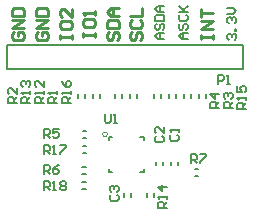
<source format=gto>
G04*
G04 #@! TF.GenerationSoftware,Altium Limited,Altium Designer,20.0.13 (296)*
G04*
G04 Layer_Color=65535*
%FSLAX25Y25*%
%MOIN*%
G70*
G01*
G75*
%ADD10C,0.00000*%
%ADD11C,0.00787*%
%ADD12C,0.00500*%
%ADD13C,0.01000*%
%ADD14C,0.00800*%
D10*
X439200Y252193D02*
G03*
X439200Y252193I-787J0D01*
G01*
D11*
X405819Y274063D02*
X484559D01*
X405819D02*
Y281937D01*
X484559D01*
Y274063D02*
Y281937D01*
X468264Y238319D02*
X469445D01*
X468264Y240681D02*
X469445D01*
X460319Y241910D02*
Y243091D01*
X462681Y241910D02*
Y243091D01*
X455319Y241910D02*
Y243091D01*
X457681Y241910D02*
Y243091D01*
X454681Y231410D02*
Y232591D01*
X452319Y231410D02*
Y232591D01*
X447181Y231410D02*
Y232591D01*
X444819Y231410D02*
Y232591D01*
X469819Y264409D02*
Y265591D01*
X472181Y264409D02*
Y265591D01*
X464819Y264409D02*
Y265591D01*
X467181Y264409D02*
Y265591D01*
X459819Y264409D02*
Y265591D01*
X462181Y264409D02*
Y265591D01*
X454819Y264409D02*
Y265591D01*
X457181Y264409D02*
Y265591D01*
X446819Y264409D02*
Y265591D01*
X449181Y264409D02*
Y265591D01*
X441819Y264409D02*
Y265591D01*
X444181Y264409D02*
Y265591D01*
X434319Y264409D02*
Y265591D01*
X436681Y264409D02*
Y265591D01*
X429319Y264409D02*
Y265591D01*
X431681Y264409D02*
Y265591D01*
X431055Y250819D02*
X432236D01*
X431055Y253181D02*
X432236D01*
X431055Y245819D02*
X432236D01*
X431055Y248181D02*
X432236D01*
X430909Y238819D02*
X432091D01*
X430909Y241181D02*
X432091D01*
X430909Y233819D02*
X432091D01*
X430909Y236181D02*
X432091D01*
D12*
X451406Y250224D02*
Y251406D01*
Y239594D02*
Y240776D01*
X439594Y239594D02*
Y240776D01*
Y239594D02*
X440776D01*
X450224D02*
X451406D01*
X450224Y251406D02*
X451406D01*
X439594D02*
X440776D01*
X439594Y250224D02*
Y251406D01*
D13*
X447538Y286334D02*
X446871Y285668D01*
Y284335D01*
X447538Y283668D01*
X448204D01*
X448871Y284335D01*
Y285668D01*
X449537Y286334D01*
X450204D01*
X450870Y285668D01*
Y284335D01*
X450204Y283668D01*
X447538Y290333D02*
X446871Y289666D01*
Y288334D01*
X447538Y287667D01*
X450204D01*
X450870Y288334D01*
Y289666D01*
X450204Y290333D01*
X446871Y291666D02*
X450870D01*
Y294332D01*
X423249Y284002D02*
Y285334D01*
Y284668D01*
X427248D01*
Y284002D01*
Y285334D01*
X423249Y289333D02*
Y288000D01*
X423916Y287334D01*
X426582D01*
X427248Y288000D01*
Y289333D01*
X426582Y290000D01*
X423916D01*
X423249Y289333D01*
X427248Y293998D02*
Y291333D01*
X424582Y293998D01*
X423916D01*
X423249Y293332D01*
Y291999D01*
X423916Y291333D01*
X431123Y284668D02*
Y286001D01*
Y285334D01*
X435122D01*
Y284668D01*
Y286001D01*
X431123Y290000D02*
Y288667D01*
X431790Y288000D01*
X434456D01*
X435122Y288667D01*
Y290000D01*
X434456Y290666D01*
X431790D01*
X431123Y290000D01*
X435122Y291999D02*
Y293332D01*
Y292666D01*
X431123D01*
X431790Y291999D01*
X439664Y286334D02*
X438997Y285668D01*
Y284335D01*
X439664Y283668D01*
X440330D01*
X440997Y284335D01*
Y285668D01*
X441663Y286334D01*
X442330D01*
X442996Y285668D01*
Y284335D01*
X442330Y283668D01*
X438997Y287667D02*
X442996D01*
Y289666D01*
X442330Y290333D01*
X439664D01*
X438997Y289666D01*
Y287667D01*
X442996Y291666D02*
X440330D01*
X438997Y292999D01*
X440330Y294332D01*
X442996D01*
X440997D01*
Y291666D01*
X416042Y286334D02*
X415375Y285668D01*
Y284335D01*
X416042Y283668D01*
X418708D01*
X419374Y284335D01*
Y285668D01*
X418708Y286334D01*
X417375D01*
Y285001D01*
X419374Y287667D02*
X415375D01*
X419374Y290333D01*
X415375D01*
Y291666D02*
X419374D01*
Y293665D01*
X418708Y294332D01*
X416042D01*
X415375Y293665D01*
Y291666D01*
X470493Y284002D02*
Y285334D01*
Y284668D01*
X474492D01*
Y284002D01*
Y285334D01*
Y287334D02*
X470493D01*
X474492Y290000D01*
X470493D01*
Y291333D02*
Y293998D01*
Y292666D01*
X474492D01*
X408168Y286334D02*
X407501Y285668D01*
Y284335D01*
X408168Y283668D01*
X410834D01*
X411500Y284335D01*
Y285668D01*
X410834Y286334D01*
X409501D01*
Y285001D01*
X411500Y287667D02*
X407501D01*
X411500Y290333D01*
X407501D01*
Y291666D02*
X411500D01*
Y293665D01*
X410834Y294332D01*
X408168D01*
X407501Y293665D01*
Y291666D01*
D14*
X479701Y283752D02*
X479201Y284251D01*
Y285251D01*
X479701Y285751D01*
X480201D01*
X480700Y285251D01*
Y284751D01*
Y285251D01*
X481200Y285751D01*
X481700D01*
X482200Y285251D01*
Y284251D01*
X481700Y283752D01*
X482200Y286751D02*
X481700D01*
Y287251D01*
X482200D01*
Y286751D01*
X479701Y289250D02*
X479201Y289750D01*
Y290749D01*
X479701Y291249D01*
X480201D01*
X480700Y290749D01*
Y290250D01*
Y290749D01*
X481200Y291249D01*
X481700D01*
X482200Y290749D01*
Y289750D01*
X481700Y289250D01*
X479201Y292249D02*
X481200D01*
X482200Y293249D01*
X481200Y294248D01*
X479201D01*
X458200Y284002D02*
X456201D01*
X455201Y285001D01*
X456201Y286001D01*
X458200D01*
X456701D01*
Y284002D01*
X455701Y289000D02*
X455201Y288500D01*
Y287501D01*
X455701Y287001D01*
X456201D01*
X456701Y287501D01*
Y288500D01*
X457200Y289000D01*
X457700D01*
X458200Y288500D01*
Y287501D01*
X457700Y287001D01*
X455201Y290000D02*
X458200D01*
Y291499D01*
X457700Y291999D01*
X455701D01*
X455201Y291499D01*
Y290000D01*
X458200Y292999D02*
X456201D01*
X455201Y293999D01*
X456201Y294998D01*
X458200D01*
X456701D01*
Y292999D01*
X466074Y284002D02*
X464075D01*
X463075Y285001D01*
X464075Y286001D01*
X466074D01*
X464574D01*
Y284002D01*
X463575Y289000D02*
X463075Y288500D01*
Y287501D01*
X463575Y287001D01*
X464075D01*
X464574Y287501D01*
Y288500D01*
X465074Y289000D01*
X465574D01*
X466074Y288500D01*
Y287501D01*
X465574Y287001D01*
X463575Y291999D02*
X463075Y291499D01*
Y290500D01*
X463575Y290000D01*
X465574D01*
X466074Y290500D01*
Y291499D01*
X465574Y291999D01*
X463075Y292999D02*
X466074D01*
X465074D01*
X463075Y294998D01*
X464574Y293499D01*
X466074Y294998D01*
X476001Y269001D02*
Y272000D01*
X477500D01*
X478000Y271500D01*
Y270500D01*
X477500Y270000D01*
X476001D01*
X479000Y269001D02*
X479999D01*
X479499D01*
Y272000D01*
X479000Y271500D01*
X467001Y242500D02*
Y245499D01*
X468500D01*
X469000Y245000D01*
Y244000D01*
X468500Y243500D01*
X467001D01*
X468001D02*
X469000Y242500D01*
X470000Y245499D02*
X471999D01*
Y245000D01*
X470000Y243000D01*
Y242500D01*
X460500Y252000D02*
X460001Y251500D01*
Y250500D01*
X460500Y250001D01*
X462500D01*
X462999Y250500D01*
Y251500D01*
X462500Y252000D01*
X462999Y253000D02*
Y253999D01*
Y253500D01*
X460001D01*
X460500Y253000D01*
X455500Y251500D02*
X455000Y251000D01*
Y250001D01*
X455500Y249501D01*
X457500D01*
X458000Y250001D01*
Y251000D01*
X457500Y251500D01*
X458000Y254499D02*
Y252500D01*
X456000Y254499D01*
X455500D01*
X455000Y253999D01*
Y253000D01*
X455500Y252500D01*
X458999Y227751D02*
X456001D01*
Y229251D01*
X456500Y229751D01*
X457500D01*
X458000Y229251D01*
Y227751D01*
Y228751D02*
X458999Y229751D01*
Y230750D02*
Y231750D01*
Y231250D01*
X456001D01*
X456500Y230750D01*
X458999Y234749D02*
X456001D01*
X457500Y233249D01*
Y235249D01*
X440500Y232000D02*
X440000Y231500D01*
Y230501D01*
X440500Y230001D01*
X442500D01*
X443000Y230501D01*
Y231500D01*
X442500Y232000D01*
X440500Y233000D02*
X440000Y233500D01*
Y234499D01*
X440500Y234999D01*
X441000D01*
X441500Y234499D01*
Y233999D01*
Y234499D01*
X442000Y234999D01*
X442500D01*
X443000Y234499D01*
Y233500D01*
X442500Y233000D01*
X485499Y260751D02*
X482501D01*
Y262251D01*
X483000Y262751D01*
X484000D01*
X484500Y262251D01*
Y260751D01*
Y261751D02*
X485499Y262751D01*
Y263750D02*
Y264750D01*
Y264250D01*
X482501D01*
X483000Y263750D01*
X482501Y268249D02*
Y266249D01*
X484000D01*
X483500Y267249D01*
Y267749D01*
X484000Y268249D01*
X485000D01*
X485499Y267749D01*
Y266749D01*
X485000Y266249D01*
X481000Y261001D02*
X478000D01*
Y262500D01*
X478500Y263000D01*
X479500D01*
X480000Y262500D01*
Y261001D01*
Y262000D02*
X481000Y263000D01*
X478500Y264000D02*
X478000Y264500D01*
Y265499D01*
X478500Y265999D01*
X479000D01*
X479500Y265499D01*
Y265000D01*
Y265499D01*
X480000Y265999D01*
X480500D01*
X481000Y265499D01*
Y264500D01*
X480500Y264000D01*
X476500Y261001D02*
X473500D01*
Y262500D01*
X474000Y263000D01*
X475000D01*
X475500Y262500D01*
Y261001D01*
Y262000D02*
X476500Y263000D01*
Y265499D02*
X473500D01*
X475000Y264000D01*
Y265999D01*
X427000Y262501D02*
X424001D01*
Y264000D01*
X424500Y264500D01*
X425500D01*
X426000Y264000D01*
Y262501D01*
Y263500D02*
X427000Y264500D01*
Y265500D02*
Y266499D01*
Y266000D01*
X424001D01*
X424500Y265500D01*
X424001Y269998D02*
X424500Y268999D01*
X425500Y267999D01*
X426500D01*
X427000Y268499D01*
Y269498D01*
X426500Y269998D01*
X426000D01*
X425500Y269498D01*
Y267999D01*
X422500Y262501D02*
X419500D01*
Y264000D01*
X420000Y264500D01*
X421000D01*
X421500Y264000D01*
Y262501D01*
Y263500D02*
X422500Y264500D01*
Y265500D02*
Y266499D01*
Y266000D01*
X419500D01*
X420000Y265500D01*
X418000Y262501D02*
X415000D01*
Y264000D01*
X415500Y264500D01*
X416500D01*
X417000Y264000D01*
Y262501D01*
Y263500D02*
X418000Y264500D01*
Y265500D02*
Y266499D01*
Y266000D01*
X415000D01*
X415500Y265500D01*
X418000Y269998D02*
Y267999D01*
X416000Y269998D01*
X415500D01*
X415000Y269498D01*
Y268499D01*
X415500Y267999D01*
X413499Y262501D02*
X410500D01*
Y264000D01*
X411000Y264500D01*
X412000D01*
X412500Y264000D01*
Y262501D01*
Y263500D02*
X413499Y264500D01*
Y265500D02*
Y266499D01*
Y266000D01*
X410500D01*
X411000Y265500D01*
Y267999D02*
X410500Y268499D01*
Y269498D01*
X411000Y269998D01*
X411500D01*
X412000Y269498D01*
Y268999D01*
Y269498D01*
X412500Y269998D01*
X413000D01*
X413499Y269498D01*
Y268499D01*
X413000Y267999D01*
X408999Y262501D02*
X406001D01*
Y264000D01*
X406500Y264500D01*
X407500D01*
X408000Y264000D01*
Y262501D01*
Y263500D02*
X408999Y264500D01*
Y267499D02*
Y265500D01*
X407000Y267499D01*
X406500D01*
X406001Y266999D01*
Y266000D01*
X406500Y265500D01*
X418001Y251000D02*
Y253999D01*
X419500D01*
X420000Y253500D01*
Y252500D01*
X419500Y252000D01*
X418001D01*
X419000D02*
X420000Y251000D01*
X422999Y253999D02*
X421000D01*
Y252500D01*
X422000Y253000D01*
X422499D01*
X422999Y252500D01*
Y251500D01*
X422499Y251000D01*
X421500D01*
X421000Y251500D01*
X418001Y245500D02*
Y248499D01*
X419500D01*
X420000Y248000D01*
Y247000D01*
X419500Y246500D01*
X418001D01*
X419000D02*
X420000Y245500D01*
X421000D02*
X422000D01*
X421500D01*
Y248499D01*
X421000Y248000D01*
X423499Y248499D02*
X425498D01*
Y248000D01*
X423499Y246000D01*
Y245500D01*
X418001Y239001D02*
Y242000D01*
X419500D01*
X420000Y241500D01*
Y240500D01*
X419500Y240000D01*
X418001D01*
X419000D02*
X420000Y239001D01*
X422999Y242000D02*
X422000Y241500D01*
X421000Y240500D01*
Y239500D01*
X421500Y239001D01*
X422499D01*
X422999Y239500D01*
Y240000D01*
X422499Y240500D01*
X421000D01*
X418001Y233501D02*
Y236500D01*
X419500D01*
X420000Y236000D01*
Y235000D01*
X419500Y234500D01*
X418001D01*
X419000D02*
X420000Y233501D01*
X421000D02*
X422000D01*
X421500D01*
Y236500D01*
X421000Y236000D01*
X423499D02*
X423999Y236500D01*
X424999D01*
X425498Y236000D01*
Y235500D01*
X424999Y235000D01*
X425498Y234500D01*
Y234000D01*
X424999Y233501D01*
X423999D01*
X423499Y234000D01*
Y234500D01*
X423999Y235000D01*
X423499Y235500D01*
Y236000D01*
X423999Y235000D02*
X424999D01*
X438400Y258999D02*
Y256500D01*
X438900Y256000D01*
X439899D01*
X440399Y256500D01*
Y258999D01*
X441399Y256000D02*
X442399D01*
X441899D01*
Y258999D01*
X441399Y258499D01*
M02*

</source>
